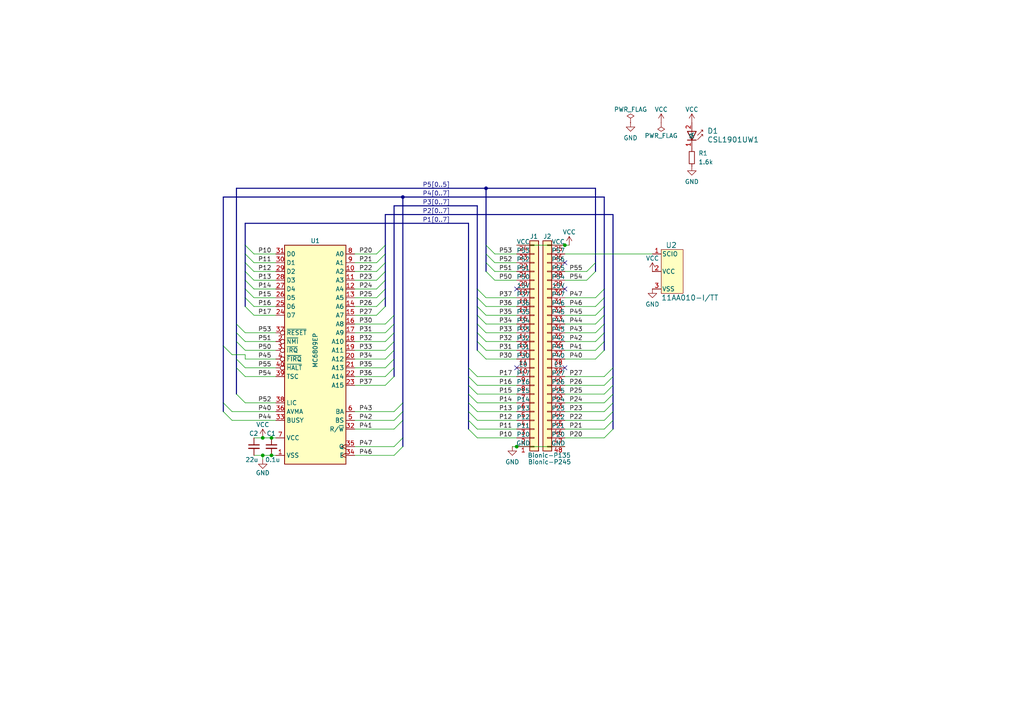
<source format=kicad_sch>
(kicad_sch (version 20231120) (generator "eeschema") (generator_version "8.0")
  (paper "A4")
  (title_block (title "BionicMC6809E") (date "2024-11-01") (rev "6") (company "Tadashi G. Takaoka"))
  (lib_symbols
    (symbol "0-LocalLibrary:11AA010-I_TT" (pin_names (offset 0.254))
      (property "Reference" "U" (at 2.54 1.27 0))
      (property "Value" "11AA010-I/TT" (at 3.81 -13.97 0))
      (symbol "11AA010-I_TT_1_1"
        (rectangle (start 0 0) (end 6.35 -12.7) (fill (type background)))
        (pin bidirectional line (at -2.54 -1.27 0) (length 2.54) (name "SCIO") (number "1"))
        (pin power_in line (at -2.54 -6.35 0) (length 2.54) (name "VCC") (number "2"))
        (pin power_in line (at -2.54 -11.43 0) (length 2.54) (name "VSS") (number "3"))
      )
    )
    (symbol "0-LocalLibrary:Bionic-P135" (pin_names (offset 0))
      (property "Reference" "J" (at 0 30.48 0))
      (property "Value" "Bionic-P135" (at -1.27 -33.02 0))
      (symbol "Bionic-P135_1_1"
        (rectangle (start 0 -30.353) (end -1.27 -30.607) (stroke (width 0.1524)))
        (rectangle (start 0 -27.813) (end -1.27 -28.067) (stroke (width 0.1524)))
        (rectangle (start 0 -25.273) (end -1.27 -25.527) (stroke (width 0.1524)))
        (rectangle (start 0 -22.733) (end -1.27 -22.987) (stroke (width 0.1524)))
        (rectangle (start 0 -20.193) (end -1.27 -20.447) (stroke (width 0.1524)))
        (rectangle (start 0 -17.653) (end -1.27 -17.907) (stroke (width 0.1524)))
        (rectangle (start 0 -15.113) (end -1.27 -15.367) (stroke (width 0.1524)))
        (rectangle (start 0 -12.573) (end -1.27 -12.827) (stroke (width 0.1524)))
        (rectangle (start 0 -10.033) (end -1.27 -10.287) (stroke (width 0.1524)))
        (rectangle (start 0 -7.493) (end -1.27 -7.747) (stroke (width 0.1524)))
        (rectangle (start 0 -4.953) (end -1.27 -5.207) (stroke (width 0.1524)))
        (rectangle (start 0 -2.413) (end -1.27 -2.667) (stroke (width 0.1524)))
        (rectangle (start 0 0.127) (end -1.27 -0.127) (stroke (width 0.1524)))
        (rectangle (start 0 2.667) (end -1.27 2.413) (stroke (width 0.1524)))
        (rectangle (start 0 5.207) (end -1.27 4.953) (stroke (width 0.1524)))
        (rectangle (start 0 7.747) (end -1.27 7.493) (stroke (width 0.1524)))
        (rectangle (start 0 10.287) (end -1.27 10.033) (stroke (width 0.1524)))
        (rectangle (start 0 12.827) (end -1.27 12.573) (stroke (width 0.1524)))
        (rectangle (start 0 15.367) (end -1.27 15.113) (stroke (width 0.1524)))
        (rectangle (start 0 17.907) (end -1.27 17.653) (stroke (width 0.1524)))
        (rectangle (start 0 20.447) (end -1.27 20.193) (stroke (width 0.1524)))
        (rectangle (start 0 22.987) (end -1.27 22.733) (stroke (width 0.1524)))
        (rectangle (start 0 25.527) (end -1.27 25.273) (stroke (width 0.1524)))
        (rectangle (start 0 28.067) (end -1.27 27.813) (stroke (width 0.1524)))
        (rectangle (start 1.27 29.21) (end -1.27 -31.75) (stroke (width 0.254)) (fill (type background)))
        (pin power_in line (at -5.08 -30.48 0) (length 3.81) (name "GND") (number "1"))
        (pin bidirectional line (at -5.08 -7.62 0) (length 3.81) (name "E0") (number "10"))
        (pin bidirectional line (at -5.08 -5.08 0) (length 3.81) (name "P30") (number "11"))
        (pin bidirectional line (at -5.08 -2.54 0) (length 3.81) (name "P31") (number "12"))
        (pin bidirectional line (at -5.08 0 0) (length 3.81) (name "P32") (number "13"))
        (pin bidirectional line (at -5.08 2.54 0) (length 3.81) (name "P33") (number "14"))
        (pin bidirectional line (at -5.08 5.08 0) (length 3.81) (name "P34") (number "15"))
        (pin bidirectional line (at -5.08 7.62 0) (length 3.81) (name "P35") (number "16"))
        (pin bidirectional line (at -5.08 10.16 0) (length 3.81) (name "P36") (number "17"))
        (pin bidirectional line (at -5.08 12.7 0) (length 3.81) (name "P37") (number "18"))
        (pin power_in line (at -5.08 15.24 0) (length 3.81) (name "15V") (number "19"))
        (pin bidirectional line (at -5.08 -27.94 0) (length 3.81) (name "P10") (number "2"))
        (pin bidirectional line (at -5.08 17.78 0) (length 3.81) (name "P50") (number "20"))
        (pin bidirectional line (at -5.08 20.32 0) (length 3.81) (name "P51") (number "21"))
        (pin bidirectional line (at -5.08 22.86 0) (length 3.81) (name "P52") (number "22"))
        (pin bidirectional line (at -5.08 25.4 0) (length 3.81) (name "P53") (number "23"))
        (pin power_in line (at -5.08 27.94 0) (length 3.81) (name "VCC") (number "24"))
        (pin bidirectional line (at -5.08 -25.4 0) (length 3.81) (name "P11") (number "3"))
        (pin bidirectional line (at -5.08 -22.86 0) (length 3.81) (name "P12") (number "4"))
        (pin bidirectional line (at -5.08 -20.32 0) (length 3.81) (name "P13") (number "5"))
        (pin bidirectional line (at -5.08 -17.78 0) (length 3.81) (name "P14") (number "6"))
        (pin bidirectional line (at -5.08 -15.24 0) (length 3.81) (name "P15") (number "7"))
        (pin bidirectional line (at -5.08 -12.7 0) (length 3.81) (name "P16") (number "8"))
        (pin bidirectional line (at -5.08 -10.16 0) (length 3.81) (name "P17") (number "9"))
      )
    )
    (symbol "0-LocalLibrary:Bionic-P245" (pin_names (offset 0))
      (property "Reference" "J" (at -3.81 30.48 0))
      (property "Value" "Bionic-P245" (at -1.27 -33.02 0))
      (symbol "Bionic-P245_1_1"
        (rectangle (start -2.54 -30.607) (end -3.81 -30.353) (stroke (width 0.1524)))
        (rectangle (start -2.54 -28.067) (end -3.81 -27.813) (stroke (width 0.1524)))
        (rectangle (start -2.54 -25.527) (end -3.81 -25.273) (stroke (width 0.1524)))
        (rectangle (start -2.54 -22.987) (end -3.81 -22.733) (stroke (width 0.1524)))
        (rectangle (start -2.54 -20.447) (end -3.81 -20.193) (stroke (width 0.1524)))
        (rectangle (start -2.54 -17.907) (end -3.81 -17.653) (stroke (width 0.1524)))
        (rectangle (start -2.54 -15.367) (end -3.81 -15.113) (stroke (width 0.1524)))
        (rectangle (start -2.54 -12.827) (end -3.81 -12.573) (stroke (width 0.1524)))
        (rectangle (start -2.54 -10.287) (end -3.81 -10.033) (stroke (width 0.1524)))
        (rectangle (start -2.54 -7.747) (end -3.81 -7.493) (stroke (width 0.1524)))
        (rectangle (start -2.54 -5.207) (end -3.81 -4.953) (stroke (width 0.1524)))
        (rectangle (start -2.54 -2.667) (end -3.81 -2.413) (stroke (width 0.1524)))
        (rectangle (start -2.54 -0.127) (end -3.81 0.127) (stroke (width 0.1524)))
        (rectangle (start -2.54 2.413) (end -3.81 2.667) (stroke (width 0.1524)))
        (rectangle (start -2.54 4.953) (end -3.81 5.207) (stroke (width 0.1524)))
        (rectangle (start -2.54 7.493) (end -3.81 7.747) (stroke (width 0.1524)))
        (rectangle (start -2.54 10.033) (end -3.81 10.287) (stroke (width 0.1524)))
        (rectangle (start -2.54 12.573) (end -3.81 12.827) (stroke (width 0.1524)))
        (rectangle (start -2.54 15.113) (end -3.81 15.367) (stroke (width 0.1524)))
        (rectangle (start -2.54 17.653) (end -3.81 17.907) (stroke (width 0.1524)))
        (rectangle (start -2.54 20.193) (end -3.81 20.447) (stroke (width 0.1524)))
        (rectangle (start -2.54 22.733) (end -3.81 22.987) (stroke (width 0.1524)))
        (rectangle (start -2.54 25.273) (end -3.81 25.527) (stroke (width 0.1524)))
        (rectangle (start -2.54 27.813) (end -3.81 28.067) (stroke (width 0.1524)))
        (rectangle (start -2.54 29.21) (end -5.08 -31.75) (stroke (width 0.254)) (fill (type background)))
        (pin power_in line (at 1.27 27.94 180) (length 3.81) (name "VCC") (number "25"))
        (pin bidirectional line (at 1.27 25.4 180) (length 3.81) (name "P57") (number "26"))
        (pin bidirectional line (at 1.27 22.86 180) (length 3.81) (name "P56") (number "27"))
        (pin bidirectional line (at 1.27 20.32 180) (length 3.81) (name "P55") (number "28"))
        (pin bidirectional line (at 1.27 17.78 180) (length 3.81) (name "P54") (number "29"))
        (pin power_in line (at 1.27 15.24 180) (length 3.81) (name "15V") (number "30"))
        (pin bidirectional line (at 1.27 12.7 180) (length 3.81) (name "P47") (number "31"))
        (pin bidirectional line (at 1.27 10.16 180) (length 3.81) (name "P46") (number "32"))
        (pin bidirectional line (at 1.27 7.62 180) (length 3.81) (name "P45") (number "33"))
        (pin bidirectional line (at 1.27 5.08 180) (length 3.81) (name "P44") (number "34"))
        (pin bidirectional line (at 1.27 2.54 180) (length 3.81) (name "P43") (number "35"))
        (pin bidirectional line (at 1.27 0 180) (length 3.81) (name "P42") (number "36"))
        (pin bidirectional line (at 1.27 -2.54 180) (length 3.81) (name "P41") (number "37"))
        (pin bidirectional line (at 1.27 -5.08 180) (length 3.81) (name "P40") (number "38"))
        (pin bidirectional line (at 1.27 -7.62 180) (length 3.81) (name "E1") (number "39"))
        (pin bidirectional line (at 1.27 -10.16 180) (length 3.81) (name "P27") (number "40"))
        (pin bidirectional line (at 1.27 -12.7 180) (length 3.81) (name "P26") (number "41"))
        (pin bidirectional line (at 1.27 -15.24 180) (length 3.81) (name "P25") (number "42"))
        (pin bidirectional line (at 1.27 -17.78 180) (length 3.81) (name "P24") (number "43"))
        (pin bidirectional line (at 1.27 -20.32 180) (length 3.81) (name "P23") (number "44"))
        (pin bidirectional line (at 1.27 -22.86 180) (length 3.81) (name "P22") (number "45"))
        (pin bidirectional line (at 1.27 -25.4 180) (length 3.81) (name "P21") (number "46"))
        (pin bidirectional line (at 1.27 -27.94 180) (length 3.81) (name "P20") (number "47"))
        (pin power_in line (at 1.27 -30.48 180) (length 3.81) (name "GND") (number "48"))
      )
    )
    (symbol "0-LocalLibrary:CSL1901UW1" (pin_names (offset 0.254))
      (property "Reference" "D" (at 3.81 -2.54 0))
      (property "Value" "CSL1901UW1" (at 3.81 -5.08 0))
      (symbol "CSL1901UW1_0_1"
        (polyline (pts (xy 2.159 3.175) (xy 2.667 3.175)))
        (polyline (pts (xy 2.54 0) (xy 5.08 0)))
        (polyline (pts (xy 5.08 1.27) (xy 5.08 -1.27)) (stroke (width 0.254)))
        (polyline (pts (xy 3.683 1.651) (xy 2.159 3.175) (xy 2.159 2.667)))
        (polyline (pts (xy 2.54 -1.27) (xy 5.08 0) (xy 2.54 1.27) (xy 2.54 -1.27)) (stroke (width 0.254)))
        (polyline (pts (xy 4.953 1.651) (xy 3.429 3.175) (xy 3.429 2.667) (xy 3.429 3.175) (xy 3.937 3.175)))
      )
      (symbol "CSL1901UW1_1_1"
        (pin passive line (at 7.62 0 180) (length 2.54) (name "K") (number "1"))
        (pin passive line (at 0 0 0) (length 2.54) (name "A") (number "2"))
      )
      (symbol "CSL1901UW1_1_2"
        (polyline (pts (xy -5.08 7.62) (xy -4.445 8.255)) (stroke (width 0.2032)))
        (polyline (pts (xy -5.08 8.255) (xy -5.08 7.62)) (stroke (width 0.2032)))
        (polyline (pts (xy -4.445 6.35) (xy -3.81 6.985)) (stroke (width 0.2032)))
        (polyline (pts (xy -4.445 8.255) (xy -5.08 8.255)) (stroke (width 0.2032)))
        (polyline (pts (xy -4.445 9.525) (xy -3.81 10.16)) (stroke (width 0.2032)))
        (polyline (pts (xy -4.445 10.16) (xy -4.445 9.525)) (stroke (width 0.2032)))
        (polyline (pts (xy -3.81 6.985) (xy -5.08 8.255)) (stroke (width 0.2032)))
        (polyline (pts (xy -3.81 8.255) (xy -3.175 8.89)) (stroke (width 0.2032)))
        (polyline (pts (xy -3.81 10.16) (xy -4.445 10.16)) (stroke (width 0.2032)))
        (polyline (pts (xy -3.175 5.08) (xy -4.445 6.35)) (stroke (width 0.2032)))
        (polyline (pts (xy -3.175 8.89) (xy -4.445 10.16)) (stroke (width 0.2032)))
        (polyline (pts (xy -2.54 6.985) (xy -3.81 8.255)) (stroke (width 0.2032)))
        (polyline (pts (xy -1.905 3.81) (xy 1.905 3.81)) (stroke (width 0.2032)))
        (polyline (pts (xy 0 2.54) (xy 0 3.4798)) (stroke (width 0.2032)))
        (polyline (pts (xy 0 3.175) (xy 0 3.81)) (stroke (width 0.2032)))
        (polyline (pts (xy 0 6.35) (xy -1.905 3.81)) (stroke (width 0.2032)))
        (polyline (pts (xy 0 6.35) (xy 0 7.62)) (stroke (width 0.2032)))
        (polyline (pts (xy 1.905 3.81) (xy 0 6.35)) (stroke (width 0.2032)))
        (polyline (pts (xy 1.905 6.35) (xy -1.905 6.35)) (stroke (width 0.2032)))
        (pin unspecified line (at 0 10.16 270) (length 2.54) (name "") (number "1"))
        (pin unspecified line (at 0 0 90) (length 2.54) (name "") (number "2"))
      )
    )
    (symbol "0-LocalLibrary:MC6809EP"
      (property "Reference" "U" (at 0 31.75 0))
      (property "Value" "MC6809EP" (at 0 5.08 90))
      (symbol "MC6809EP_0_1"
        (rectangle (start -8.89 -33.02) (end 8.89 30.48) (stroke (width 0.254)) (fill (type background)))
      )
      (symbol "MC6809EP_1_1"
        (pin power_in line (at -11.43 -30.48 0) (length 2.54) (name "VSS") (number "1"))
        (pin output line (at 11.43 22.86 180) (length 2.54) (name "A2") (number "10"))
        (pin output line (at 11.43 20.32 180) (length 2.54) (name "A3") (number "11"))
        (pin output line (at 11.43 17.78 180) (length 2.54) (name "A4") (number "12"))
        (pin output line (at 11.43 15.24 180) (length 2.54) (name "A5") (number "13"))
        (pin output line (at 11.43 12.7 180) (length 2.54) (name "A6") (number "14"))
        (pin output line (at 11.43 10.16 180) (length 2.54) (name "A7") (number "15"))
        (pin output line (at 11.43 7.62 180) (length 2.54) (name "A8") (number "16"))
        (pin output line (at 11.43 5.08 180) (length 2.54) (name "A9") (number "17"))
        (pin output line (at 11.43 2.54 180) (length 2.54) (name "A10") (number "18"))
        (pin output line (at 11.43 0 180) (length 2.54) (name "A11") (number "19"))
        (pin input inverted (at -11.43 2.54 0) (length 2.54) (name "~{NMI}") (number "2"))
        (pin output line (at 11.43 -2.54 180) (length 2.54) (name "A12") (number "20"))
        (pin output line (at 11.43 -5.08 180) (length 2.54) (name "A13") (number "21"))
        (pin output line (at 11.43 -7.62 180) (length 2.54) (name "A14") (number "22"))
        (pin output line (at 11.43 -10.16 180) (length 2.54) (name "A15") (number "23"))
        (pin bidirectional line (at -11.43 10.16 0) (length 2.54) (name "D7") (number "24"))
        (pin bidirectional line (at -11.43 12.7 0) (length 2.54) (name "D6") (number "25"))
        (pin bidirectional line (at -11.43 15.24 0) (length 2.54) (name "D5") (number "26"))
        (pin bidirectional line (at -11.43 17.78 0) (length 2.54) (name "D4") (number "27"))
        (pin bidirectional line (at -11.43 20.32 0) (length 2.54) (name "D3") (number "28"))
        (pin bidirectional line (at -11.43 22.86 0) (length 2.54) (name "D2") (number "29"))
        (pin input inverted (at -11.43 0 0) (length 2.54) (name "~{IRQ}") (number "3"))
        (pin bidirectional line (at -11.43 25.4 0) (length 2.54) (name "D1") (number "30"))
        (pin bidirectional line (at -11.43 27.94 0) (length 2.54) (name "D0") (number "31"))
        (pin output line (at 11.43 -22.86 180) (length 2.54) (name "R/~{W}") (number "32"))
        (pin output line (at -11.43 -20.32 0) (length 2.54) (name "BUSY") (number "33"))
        (pin input clock (at 11.43 -30.48 180) (length 2.54) (name "E") (number "34"))
        (pin input clock (at 11.43 -27.94 180) (length 2.54) (name "Q") (number "35"))
        (pin output line (at -11.43 -17.78 0) (length 2.54) (name "AVMA") (number "36"))
        (pin input inverted (at -11.43 5.08 0) (length 2.54) (name "~{RESET}") (number "37"))
        (pin output line (at -11.43 -15.24 0) (length 2.54) (name "LIC") (number "38"))
        (pin input line (at -11.43 -7.62 0) (length 2.54) (name "TSC") (number "39"))
        (pin input inverted (at -11.43 -2.54 0) (length 2.54) (name "~{FIRQ}") (number "4"))
        (pin input inverted (at -11.43 -5.08 0) (length 2.54) (name "~{HALT}") (number "40"))
        (pin output line (at 11.43 -20.32 180) (length 2.54) (name "BS") (number "5"))
        (pin output line (at 11.43 -17.78 180) (length 2.54) (name "BA") (number "6"))
        (pin power_in line (at -11.43 -25.4 0) (length 2.54) (name "VCC") (number "7"))
        (pin output line (at 11.43 27.94 180) (length 2.54) (name "A0") (number "8"))
        (pin output line (at 11.43 25.4 180) (length 2.54) (name "A1") (number "9"))
      )
    )
    (symbol "Device:C_Small" (pin_numbers hide) (pin_names (offset 0.254) hide)
      (property "Reference" "C" (at 0.254 1.778 0))
      (property "Value" "C_Small" (at 0.254 -2.032 0))
      (symbol "C_Small_0_1"
        (polyline (pts (xy -1.524 -0.508) (xy 1.524 -0.508)) (stroke (width 0.3302)))
        (polyline (pts (xy -1.524 0.508) (xy 1.524 0.508)) (stroke (width 0.3048)))
      )
      (symbol "C_Small_1_1"
        (pin passive line (at 0 2.54 270) (length 2.032) (name "~") (number "1"))
        (pin passive line (at 0 -2.54 90) (length 2.032) (name "~") (number "2"))
      )
    )
    (symbol "Device:R_Small" (pin_numbers hide) (pin_names (offset 0.254) hide)
      (property "Reference" "R" (at 0.762 0.508 0))
      (property "Value" "R_Small" (at 0.762 -1.016 0))
      (symbol "R_Small_0_1"
        (rectangle (start -0.762 1.778) (end 0.762 -1.778) (stroke (width 0.2032)))
      )
      (symbol "R_Small_1_1"
        (pin passive line (at 0 2.54 270) (length 0.762) (name "~") (number "1"))
        (pin passive line (at 0 -2.54 90) (length 0.762) (name "~") (number "2"))
      )
    )
    (symbol "power:GND" (power) (pin_numbers hide) (pin_names (offset 0) hide)
      (property "Value" "GND" (at 0 -3.81 0))
      (symbol "GND_0_1"
        (polyline (pts (xy 0 0) (xy 0 -1.27) (xy 1.27 -1.27) (xy 0 -2.54) (xy -1.27 -1.27) (xy 0 -1.27)))
      )
      (symbol "GND_1_1"
        (pin power_in line (at 0 0 270) (length 0) (name "~") (number "1"))
      )
    )
    (symbol "power:PWR_FLAG" (power) (pin_numbers hide) (pin_names (offset 0) hide)
      (property "Value" "PWR_FLAG" (at 0 3.81 0))
      (symbol "PWR_FLAG_0_0"
        (pin power_out line (at 0 0 90) (length 0) (name "~") (number "1"))
      )
      (symbol "PWR_FLAG_0_1"
        (polyline (pts (xy 0 0) (xy 0 1.27) (xy -1.016 1.905) (xy 0 2.54) (xy 1.016 1.905) (xy 0 1.27)))
      )
    )
    (symbol "power:VCC" (power) (pin_numbers hide) (pin_names (offset 0) hide)
      (property "Value" "VCC" (at 0 3.556 0))
      (symbol "VCC_0_1"
        (polyline (pts (xy -0.762 1.27) (xy 0 2.54)))
        (polyline (pts (xy 0 0) (xy 0 2.54)))
        (polyline (pts (xy 0 2.54) (xy 0.762 1.27)))
      )
      (symbol "VCC_1_1"
        (pin power_in line (at 0 0 90) (length 0) (name "~") (number "1"))
      )
    )
  )
  (junction (at 116.84 57.15))
  (junction (at 78.74 127))
  (junction (at 163.83 71.12))
  (junction (at 76.2 132.08))
  (junction (at 78.74 132.08))
  (junction (at 140.97 54.61))
  (junction (at 149.86 129.54))
  (junction (at 76.2 127))
  (no_connect (at 149.86 83.82))
  (no_connect (at 163.83 76.2))
  (no_connect (at 149.86 106.68))
  (no_connect (at 163.83 106.68))
  (no_connect (at 163.83 83.82))
  (bus_entry (at 68.58 93.98) (size 2.54 2.54))
  (bus_entry (at 111.76 76.2) (size -2.54 2.54))
  (bus_entry (at 172.72 76.2) (size -2.54 2.54))
  (bus_entry (at 177.8 111.76) (size -2.54 2.54))
  (bus_entry (at 175.26 101.6) (size -2.54 2.54))
  (bus_entry (at 138.43 101.6) (size 2.54 2.54))
  (bus_entry (at 111.76 78.74) (size -2.54 2.54))
  (bus_entry (at 175.26 93.98) (size -2.54 2.54))
  (bus_entry (at 177.8 106.68) (size -2.54 2.54))
  (bus_entry (at 111.76 86.36) (size -2.54 2.54))
  (bus_entry (at 138.43 96.52) (size 2.54 2.54))
  (bus_entry (at 116.84 127) (size -2.54 2.54))
  (bus_entry (at 135.89 119.38) (size 2.54 2.54))
  (bus_entry (at 138.43 99.06) (size 2.54 2.54))
  (bus_entry (at 111.76 88.9) (size -2.54 2.54))
  (bus_entry (at 64.77 100.33) (size 2.54 2.54))
  (bus_entry (at 135.89 124.46) (size 2.54 2.54))
  (bus_entry (at 135.89 111.76) (size 2.54 2.54))
  (bus_entry (at 116.84 129.54) (size -2.54 2.54))
  (bus_entry (at 68.58 106.68) (size 2.54 2.54))
  (bus_entry (at 140.97 78.74) (size 2.54 2.54))
  (bus_entry (at 138.43 86.36) (size 2.54 2.54))
  (bus_entry (at 73.66 78.74) (size -2.54 -2.54))
  (bus_entry (at 177.8 119.38) (size -2.54 2.54))
  (bus_entry (at 111.76 99.06) (size 2.54 -2.54))
  (bus_entry (at 138.43 93.98) (size 2.54 2.54))
  (bus_entry (at 135.89 109.22) (size 2.54 2.54))
  (bus_entry (at 73.66 76.2) (size -2.54 -2.54))
  (bus_entry (at 111.76 106.68) (size 2.54 -2.54))
  (bus_entry (at 111.76 93.98) (size 2.54 -2.54))
  (bus_entry (at 140.97 73.66) (size 2.54 2.54))
  (bus_entry (at 73.66 83.82) (size -2.54 -2.54))
  (bus_entry (at 73.66 81.28) (size -2.54 -2.54))
  (bus_entry (at 140.97 76.2) (size 2.54 2.54))
  (bus_entry (at 64.77 116.84) (size 2.54 2.54))
  (bus_entry (at 111.76 96.52) (size 2.54 -2.54))
  (bus_entry (at 111.76 83.82) (size -2.54 2.54))
  (bus_entry (at 172.72 78.74) (size -2.54 2.54))
  (bus_entry (at 68.58 96.52) (size 2.54 2.54))
  (bus_entry (at 138.43 91.44) (size 2.54 2.54))
  (bus_entry (at 177.8 114.3) (size -2.54 2.54))
  (bus_entry (at 68.58 104.14) (size 2.54 2.54))
  (bus_entry (at 73.66 88.9) (size -2.54 -2.54))
  (bus_entry (at 175.26 86.36) (size -2.54 2.54))
  (bus_entry (at 175.26 99.06) (size -2.54 2.54))
  (bus_entry (at 177.8 124.46) (size -2.54 2.54))
  (bus_entry (at 135.89 106.68) (size 2.54 2.54))
  (bus_entry (at 111.76 73.66) (size -2.54 2.54))
  (bus_entry (at 138.43 83.82) (size 2.54 2.54))
  (bus_entry (at 111.76 101.6) (size 2.54 -2.54))
  (bus_entry (at 73.66 73.66) (size -2.54 -2.54))
  (bus_entry (at 116.84 121.92) (size -2.54 2.54))
  (bus_entry (at 140.97 71.12) (size 2.54 2.54))
  (bus_entry (at 175.26 83.82) (size -2.54 2.54))
  (bus_entry (at 135.89 116.84) (size 2.54 2.54))
  (bus_entry (at 68.58 99.06) (size 2.54 2.54))
  (bus_entry (at 111.76 71.12) (size -2.54 2.54))
  (bus_entry (at 64.77 119.38) (size 2.54 2.54))
  (bus_entry (at 116.84 116.84) (size -2.54 2.54))
  (bus_entry (at 111.76 109.22) (size 2.54 -2.54))
  (bus_entry (at 116.84 119.38) (size -2.54 2.54))
  (bus_entry (at 135.89 121.92) (size 2.54 2.54))
  (bus_entry (at 135.89 114.3) (size 2.54 2.54))
  (bus_entry (at 111.76 111.76) (size 2.54 -2.54))
  (bus_entry (at 175.26 91.44) (size -2.54 2.54))
  (bus_entry (at 111.76 81.28) (size -2.54 2.54))
  (bus_entry (at 177.8 109.22) (size -2.54 2.54))
  (bus_entry (at 73.66 91.44) (size -2.54 -2.54))
  (bus_entry (at 177.8 116.84) (size -2.54 2.54))
  (bus_entry (at 73.66 86.36) (size -2.54 -2.54))
  (bus_entry (at 177.8 121.92) (size -2.54 2.54))
  (bus_entry (at 68.58 114.3) (size 2.54 2.54))
  (bus_entry (at 175.26 96.52) (size -2.54 2.54))
  (bus_entry (at 111.76 104.14) (size 2.54 -2.54))
  (bus_entry (at 138.43 88.9) (size 2.54 2.54))
  (bus_entry (at 175.26 88.9) (size -2.54 2.54))
  (bus (pts (xy 140.97 76.2) (xy 140.97 78.74)))
  (wire (pts (xy 163.83 119.38) (xy 175.26 119.38)))
  (bus (pts (xy 114.3 106.68) (xy 114.3 109.22)))
  (bus (pts (xy 175.26 57.15) (xy 116.84 57.15)))
  (wire (pts (xy 73.66 81.28) (xy 80.01 81.28)))
  (bus (pts (xy 175.26 101.6) (xy 175.26 99.06)))
  (bus (pts (xy 177.8 119.38) (xy 177.8 121.92)))
  (wire (pts (xy 138.43 114.3) (xy 149.86 114.3)))
  (bus (pts (xy 138.43 99.06) (xy 138.43 101.6)))
  (bus (pts (xy 138.43 96.52) (xy 138.43 99.06)))
  (wire (pts (xy 163.83 114.3) (xy 175.26 114.3)))
  (wire (pts (xy 71.12 96.52) (xy 80.01 96.52)))
  (wire (pts (xy 138.43 127) (xy 149.86 127)))
  (wire (pts (xy 102.87 91.44) (xy 109.22 91.44)))
  (wire (pts (xy 102.87 101.6) (xy 111.76 101.6)))
  (wire (pts (xy 163.83 101.6) (xy 172.72 101.6)))
  (bus (pts (xy 172.72 54.61) (xy 140.97 54.61)))
  (bus (pts (xy 111.76 86.36) (xy 111.76 88.9)))
  (wire (pts (xy 102.87 106.68) (xy 111.76 106.68)))
  (wire (pts (xy 102.87 119.38) (xy 114.3 119.38)))
  (bus (pts (xy 71.12 73.66) (xy 71.12 76.2)))
  (bus (pts (xy 135.89 109.22) (xy 135.89 111.76)))
  (bus (pts (xy 135.89 114.3) (xy 135.89 116.84)))
  (bus (pts (xy 172.72 78.74) (xy 172.72 76.2)))
  (wire (pts (xy 78.74 132.08) (xy 80.01 132.08)))
  (bus (pts (xy 140.97 54.61) (xy 140.97 71.12)))
  (wire (pts (xy 102.87 129.54) (xy 114.3 129.54)))
  (bus (pts (xy 71.12 64.77) (xy 135.89 64.77)))
  (bus (pts (xy 175.26 86.36) (xy 175.26 83.82)))
  (bus (pts (xy 111.76 71.12) (xy 111.76 73.66)))
  (wire (pts (xy 102.87 81.28) (xy 109.22 81.28)))
  (wire (pts (xy 140.97 104.14) (xy 149.86 104.14)))
  (wire (pts (xy 148.59 129.54) (xy 149.86 129.54)))
  (bus (pts (xy 135.89 116.84) (xy 135.89 119.38)))
  (wire (pts (xy 163.83 93.98) (xy 172.72 93.98)))
  (bus (pts (xy 111.76 62.23) (xy 177.8 62.23)))
  (bus (pts (xy 116.84 57.15) (xy 64.77 57.15)))
  (bus (pts (xy 175.26 83.82) (xy 175.26 57.15)))
  (bus (pts (xy 68.58 104.14) (xy 68.58 106.68)))
  (wire (pts (xy 143.51 76.2) (xy 149.86 76.2)))
  (bus (pts (xy 64.77 116.84) (xy 64.77 119.38)))
  (wire (pts (xy 163.83 99.06) (xy 172.72 99.06)))
  (bus (pts (xy 111.76 83.82) (xy 111.76 86.36)))
  (bus (pts (xy 138.43 88.9) (xy 138.43 91.44)))
  (bus (pts (xy 71.12 83.82) (xy 71.12 86.36)))
  (wire (pts (xy 163.83 109.22) (xy 175.26 109.22)))
  (wire (pts (xy 163.83 73.66) (xy 189.23 73.66)))
  (wire (pts (xy 163.83 104.14) (xy 172.72 104.14)))
  (wire (pts (xy 163.83 78.74) (xy 170.18 78.74)))
  (wire (pts (xy 163.83 81.28) (xy 170.18 81.28)))
  (wire (pts (xy 138.43 121.92) (xy 149.86 121.92)))
  (wire (pts (xy 102.87 109.22) (xy 111.76 109.22)))
  (bus (pts (xy 172.72 76.2) (xy 172.72 54.61)))
  (bus (pts (xy 71.12 81.28) (xy 71.12 83.82)))
  (bus (pts (xy 71.12 86.36) (xy 71.12 88.9)))
  (wire (pts (xy 71.12 101.6) (xy 80.01 101.6)))
  (wire (pts (xy 163.83 127) (xy 175.26 127)))
  (wire (pts (xy 76.2 132.08) (xy 78.74 132.08)))
  (bus (pts (xy 177.8 109.22) (xy 177.8 111.76)))
  (wire (pts (xy 71.12 102.87) (xy 71.12 104.14)))
  (wire (pts (xy 163.83 124.46) (xy 175.26 124.46)))
  (wire (pts (xy 102.87 132.08) (xy 114.3 132.08)))
  (bus (pts (xy 114.3 99.06) (xy 114.3 101.6)))
  (wire (pts (xy 102.87 78.74) (xy 109.22 78.74)))
  (bus (pts (xy 114.3 104.14) (xy 114.3 106.68)))
  (bus (pts (xy 177.8 62.23) (xy 177.8 106.68)))
  (bus (pts (xy 177.8 116.84) (xy 177.8 119.38)))
  (wire (pts (xy 102.87 96.52) (xy 111.76 96.52)))
  (bus (pts (xy 114.3 59.69) (xy 138.43 59.69)))
  (bus (pts (xy 135.89 111.76) (xy 135.89 114.3)))
  (wire (pts (xy 73.66 127) (xy 76.2 127)))
  (wire (pts (xy 73.66 86.36) (xy 80.01 86.36)))
  (wire (pts (xy 149.86 129.54) (xy 163.83 129.54)))
  (bus (pts (xy 175.26 88.9) (xy 175.26 86.36)))
  (wire (pts (xy 73.66 83.82) (xy 80.01 83.82)))
  (wire (pts (xy 102.87 93.98) (xy 111.76 93.98)))
  (bus (pts (xy 71.12 76.2) (xy 71.12 78.74)))
  (wire (pts (xy 102.87 99.06) (xy 111.76 99.06)))
  (bus (pts (xy 114.3 96.52) (xy 114.3 99.06)))
  (wire (pts (xy 102.87 88.9) (xy 109.22 88.9)))
  (bus (pts (xy 114.3 93.98) (xy 114.3 96.52)))
  (wire (pts (xy 67.31 119.38) (xy 80.01 119.38)))
  (bus (pts (xy 177.8 111.76) (xy 177.8 114.3)))
  (wire (pts (xy 73.66 78.74) (xy 80.01 78.74)))
  (bus (pts (xy 114.3 101.6) (xy 114.3 104.14)))
  (bus (pts (xy 175.26 93.98) (xy 175.26 91.44)))
  (bus (pts (xy 116.84 121.92) (xy 116.84 127)))
  (wire (pts (xy 102.87 73.66) (xy 109.22 73.66)))
  (bus (pts (xy 71.12 78.74) (xy 71.12 81.28)))
  (wire (pts (xy 140.97 88.9) (xy 149.86 88.9)))
  (bus (pts (xy 111.76 76.2) (xy 111.76 78.74)))
  (bus (pts (xy 140.97 73.66) (xy 140.97 76.2)))
  (bus (pts (xy 114.3 91.44) (xy 114.3 59.69)))
  (wire (pts (xy 138.43 119.38) (xy 149.86 119.38)))
  (wire (pts (xy 140.97 91.44) (xy 149.86 91.44)))
  (wire (pts (xy 102.87 86.36) (xy 109.22 86.36)))
  (wire (pts (xy 138.43 111.76) (xy 149.86 111.76)))
  (wire (pts (xy 73.66 91.44) (xy 80.01 91.44)))
  (bus (pts (xy 68.58 99.06) (xy 68.58 104.14)))
  (bus (pts (xy 111.76 73.66) (xy 111.76 76.2)))
  (bus (pts (xy 177.8 121.92) (xy 177.8 124.46)))
  (wire (pts (xy 149.86 71.12) (xy 163.83 71.12)))
  (wire (pts (xy 163.83 88.9) (xy 172.72 88.9)))
  (wire (pts (xy 102.87 111.76) (xy 111.76 111.76)))
  (wire (pts (xy 102.87 83.82) (xy 109.22 83.82)))
  (bus (pts (xy 116.84 119.38) (xy 116.84 121.92)))
  (wire (pts (xy 163.83 96.52) (xy 172.72 96.52)))
  (wire (pts (xy 163.83 86.36) (xy 172.72 86.36)))
  (bus (pts (xy 138.43 86.36) (xy 138.43 88.9)))
  (bus (pts (xy 135.89 64.77) (xy 135.89 106.68)))
  (wire (pts (xy 76.2 127) (xy 78.74 127)))
  (wire (pts (xy 71.12 116.84) (xy 80.01 116.84)))
  (wire (pts (xy 76.2 133.35) (xy 76.2 132.08)))
  (wire (pts (xy 163.83 91.44) (xy 172.72 91.44)))
  (bus (pts (xy 68.58 99.06) (xy 68.58 96.52)))
  (bus (pts (xy 177.8 106.68) (xy 177.8 109.22)))
  (bus (pts (xy 111.76 81.28) (xy 111.76 83.82)))
  (wire (pts (xy 67.31 121.92) (xy 80.01 121.92)))
  (wire (pts (xy 71.12 106.68) (xy 80.01 106.68)))
  (wire (pts (xy 67.31 102.87) (xy 71.12 102.87)))
  (wire (pts (xy 71.12 99.06) (xy 80.01 99.06)))
  (wire (pts (xy 143.51 73.66) (xy 149.86 73.66)))
  (bus (pts (xy 68.58 93.98) (xy 68.58 54.61)))
  (wire (pts (xy 140.97 99.06) (xy 149.86 99.06)))
  (wire (pts (xy 140.97 96.52) (xy 149.86 96.52)))
  (bus (pts (xy 138.43 83.82) (xy 138.43 86.36)))
  (wire (pts (xy 138.43 109.22) (xy 149.86 109.22)))
  (bus (pts (xy 140.97 71.12) (xy 140.97 73.66)))
  (wire (pts (xy 140.97 101.6) (xy 149.86 101.6)))
  (wire (pts (xy 102.87 76.2) (xy 109.22 76.2)))
  (wire (pts (xy 140.97 93.98) (xy 149.86 93.98)))
  (bus (pts (xy 116.84 116.84) (xy 116.84 119.38)))
  (wire (pts (xy 102.87 124.46) (xy 114.3 124.46)))
  (bus (pts (xy 175.26 91.44) (xy 175.26 88.9)))
  (bus (pts (xy 138.43 91.44) (xy 138.43 93.98)))
  (wire (pts (xy 73.66 88.9) (xy 80.01 88.9)))
  (bus (pts (xy 64.77 57.15) (xy 64.77 100.33)))
  (bus (pts (xy 138.43 59.69) (xy 138.43 83.82)))
  (wire (pts (xy 143.51 81.28) (xy 149.86 81.28)))
  (wire (pts (xy 73.66 73.66) (xy 80.01 73.66)))
  (bus (pts (xy 68.58 114.3) (xy 68.58 106.68)))
  (wire (pts (xy 102.87 121.92) (xy 114.3 121.92)))
  (wire (pts (xy 163.83 111.76) (xy 175.26 111.76)))
  (bus (pts (xy 175.26 96.52) (xy 175.26 93.98)))
  (wire (pts (xy 102.87 104.14) (xy 111.76 104.14)))
  (bus (pts (xy 68.58 54.61) (xy 140.97 54.61)))
  (bus (pts (xy 71.12 71.12) (xy 71.12 64.77)))
  (bus (pts (xy 68.58 96.52) (xy 68.58 93.98)))
  (bus (pts (xy 114.3 91.44) (xy 114.3 93.98)))
  (wire (pts (xy 73.66 132.08) (xy 76.2 132.08)))
  (bus (pts (xy 135.89 119.38) (xy 135.89 121.92)))
  (wire (pts (xy 163.83 121.92) (xy 175.26 121.92)))
  (bus (pts (xy 138.43 93.98) (xy 138.43 96.52)))
  (wire (pts (xy 71.12 109.22) (xy 80.01 109.22)))
  (wire (pts (xy 138.43 124.46) (xy 149.86 124.46)))
  (wire (pts (xy 143.51 78.74) (xy 149.86 78.74)))
  (wire (pts (xy 71.12 104.14) (xy 80.01 104.14)))
  (wire (pts (xy 78.74 127) (xy 80.01 127)))
  (wire (pts (xy 165.1 71.12) (xy 163.83 71.12)))
  (bus (pts (xy 135.89 121.92) (xy 135.89 124.46)))
  (bus (pts (xy 71.12 71.12) (xy 71.12 73.66)))
  (bus (pts (xy 116.84 57.15) (xy 116.84 116.84)))
  (bus (pts (xy 135.89 106.68) (xy 135.89 109.22)))
  (bus (pts (xy 111.76 78.74) (xy 111.76 81.28)))
  (bus (pts (xy 175.26 99.06) (xy 175.26 96.52)))
  (bus (pts (xy 177.8 114.3) (xy 177.8 116.84)))
  (bus (pts (xy 64.77 100.33) (xy 64.77 116.84)))
  (wire (pts (xy 73.66 76.2) (xy 80.01 76.2)))
  (bus (pts (xy 111.76 71.12) (xy 111.76 62.23)))
  (wire (pts (xy 140.97 86.36) (xy 149.86 86.36)))
  (wire (pts (xy 138.43 116.84) (xy 149.86 116.84)))
  (wire (pts (xy 163.83 116.84) (xy 175.26 116.84)))
  (bus (pts (xy 116.84 127) (xy 116.84 129.54)))
  (label "P46" (at 104.14 132.08 0))
  (label "P40" (at 78.74 119.38 180))
  (label "P50" (at 148.59 81.28 180))
  (label "P13" (at 148.59 119.38 180))
  (label "P43" (at 165.1 96.52 0))
  (label "P22" (at 165.1 121.92 0))
  (label "P33" (at 148.59 96.52 180))
  (label "P55" (at 165.1 78.74 0))
  (label "P2[0..7]" (at 122.555 62.23 0))
  (label "P23" (at 104.14 81.28 0))
  (label "P22" (at 104.14 78.74 0))
  (label "P27" (at 104.14 91.44 0))
  (label "P37" (at 104.14 111.76 0))
  (label "P26" (at 165.1 111.76 0))
  (label "P31" (at 104.14 96.52 0))
  (label "P36" (at 148.59 88.9 180))
  (label "P20" (at 165.1 127 0))
  (label "P26" (at 104.14 88.9 0))
  (label "P24" (at 104.14 83.82 0))
  (label "P51" (at 148.59 78.74 180))
  (label "P55" (at 78.74 106.68 180))
  (label "P16" (at 78.74 88.9 180))
  (label "P34" (at 104.14 104.14 0))
  (label "P25" (at 165.1 114.3 0))
  (label "P44" (at 78.74 121.92 180))
  (label "P53" (at 78.74 96.52 180))
  (label "P23" (at 165.1 119.38 0))
  (label "P25" (at 104.14 86.36 0))
  (label "P21" (at 104.14 76.2 0))
  (label "P50" (at 78.74 101.6 180))
  (label "P53" (at 148.59 73.66 180))
  (label "P11" (at 78.74 76.2 180))
  (label "P41" (at 165.1 101.6 0))
  (label "P12" (at 148.59 121.92 180))
  (label "P12" (at 78.74 78.74 180))
  (label "P21" (at 165.1 124.46 0))
  (label "P36" (at 104.14 109.22 0))
  (label "P32" (at 104.14 99.06 0))
  (label "P31" (at 148.59 101.6 180))
  (label "P17" (at 78.74 91.44 180))
  (label "P51" (at 78.74 99.06 180))
  (label "P10" (at 78.74 73.66 180))
  (label "P15" (at 78.74 86.36 180))
  (label "P34" (at 148.59 93.98 180))
  (label "P43" (at 104.14 119.38 0))
  (label "P35" (at 104.14 106.68 0))
  (label "P16" (at 148.59 111.76 180))
  (label "P40" (at 165.1 104.14 0))
  (label "P37" (at 148.59 86.36 180))
  (label "P27" (at 165.1 109.22 0))
  (label "P42" (at 165.1 99.06 0))
  (label "P54" (at 78.74 109.22 180))
  (label "P3[0..7]" (at 122.555 59.69 0))
  (label "P52" (at 78.74 116.84 180))
  (label "P1[0..7]" (at 122.555 64.77 0))
  (label "P30" (at 148.59 104.14 180))
  (label "P47" (at 104.14 129.54 0))
  (label "P41" (at 104.14 124.46 0))
  (label "P13" (at 78.74 81.28 180))
  (label "P45" (at 78.74 104.14 180))
  (label "P14" (at 78.74 83.82 180))
  (label "P35" (at 148.59 91.44 180))
  (label "P47" (at 165.1 86.36 0))
  (label "P54" (at 165.1 81.28 0))
  (label "P4[0..7]" (at 122.555 57.15 0))
  (label "P17" (at 148.59 109.22 180))
  (label "P11" (at 148.59 124.46 180))
  (label "P5[0..5]" (at 122.555 54.61 0))
  (label "P44" (at 165.1 93.98 0))
  (label "P15" (at 148.59 114.3 180))
  (label "P30" (at 104.14 93.98 0))
  (label "P46" (at 165.1 88.9 0))
  (label "P42" (at 104.14 121.92 0))
  (label "P10" (at 148.59 127 180))
  (label "P14" (at 148.59 116.84 180))
  (label "P20" (at 104.14 73.66 0))
  (label "P45" (at 165.1 91.44 0))
  (label "P32" (at 148.59 99.06 180))
  (label "P33" (at 104.14 101.6 0))
  (label "P24" (at 165.1 116.84 0))
  (label "P52" (at 148.59 76.2 180))
  (symbol (lib_id "Device:C_Small") (at 78.74 129.54 0) (mirror y) (unit 1)
    (property "Reference" "C1" (at 80.01 125.73 0) (effects (justify left)))
    (property "Value" "0.1u" (at 81.28 133.35 0) (effects (justify left)))
    (property "Footprint" "Capacitor_SMD:C_0603_1608Metric_Pad1.08x0.95mm_HandSolder" (effects (hide yes)))
  )
  (symbol (lib_id "0-LocalLibrary:MC6809EP") (at 91.44 101.6 0) (unit 1)
    (property "Reference" "U1" (at 91.44 69.85 0))
    (property "Value" "MC6809EP" (at 91.44 101.6 90))
    (property "Footprint" "0-LocalLibrary:DIP-40_W15.24mm_Socket" (effects (hide yes)))
    (property "Datasheet" "https://colorcomputerarchive.com/repo/Documents/Datasheets/MC6809E%20HMOS%208%20Bit%20Microprocessor%20(Motorola).pdf" (effects (hide yes)))
  )
  (symbol (lib_id "power:GND") (at 182.88 35.56 0) (unit 1)
    (property "Reference" "#PWR011" (effects (hide yes)))
    (property "Value" "GND" (at 182.88 40.005 0))
    (property "Description" "Power symbol creates a global label with name \"GND\" , ground" (effects (hide yes)))
  )
  (symbol (lib_id "power:VCC") (at 191.77 35.56 0) (unit 1)
    (property "Reference" "#PWR03" (effects (hide yes)))
    (property "Value" "VCC" (at 191.77 31.75 0))
    (property "Description" "Power symbol creates a global label with name \"VCC\"" (effects (hide yes)))
  )
  (symbol (lib_id "power:VCC") (at 165.1 71.12 0) (unit 1)
    (property "Reference" "#PWR01" (effects (hide yes)))
    (property "Value" "VCC" (at 165.1 67.31 0))
    (property "Description" "Power symbol creates a global label with name \"VCC\"" (effects (hide yes)))
  )
  (symbol (lib_id "power:PWR_FLAG") (at 191.77 35.56 180) (unit 1)
    (property "Reference" "#FLG02" (effects (hide yes)))
    (property "Value" "PWR_FLAG" (at 191.77 39.37 0))
    (property "Description" "Special symbol for telling ERC where power comes from" (effects (hide yes)))
  )
  (symbol (lib_id "power:VCC") (at 76.2 127 0) (unit 1)
    (property "Reference" "#PWR010" (effects (hide yes)))
    (property "Value" "VCC" (at 76.2 123.19 0))
    (property "Description" "Power symbol creates a global label with name \"VCC\"" (effects (hide yes)))
  )
  (symbol (lib_id "power:PWR_FLAG") (at 182.88 35.56 0) (unit 1)
    (property "Reference" "#FLG01" (effects (hide yes)))
    (property "Value" "PWR_FLAG" (at 182.88 31.75 0))
    (property "Description" "Special symbol for telling ERC where power comes from" (effects (hide yes)))
  )
  (symbol (lib_id "power:GND") (at 200.66 48.26 0) (unit 1)
    (property "Reference" "#PWR05" (effects (hide yes)))
    (property "Value" "GND" (at 200.66 52.705 0))
    (property "Description" "Power symbol creates a global label with name \"GND\" , ground" (effects (hide yes)))
  )
  (symbol (lib_id "Device:R_Small") (at 200.66 45.72 0) (unit 1)
    (property "Reference" "R1" (at 202.565 44.45 0) (effects (justify left)))
    (property "Value" "1.6k" (at 202.565 46.99 0) (effects (justify left)))
    (property "Footprint" "Resistor_SMD:R_0603_1608Metric_Pad0.98x0.95mm_HandSolder" (effects (hide yes)))
    (property "Description" "Resistor, small symbol" (effects (hide yes)))
  )
  (symbol (lib_id "power:VCC") (at 200.66 35.56 0) (unit 1)
    (property "Reference" "#PWR04" (effects (hide yes)))
    (property "Value" "VCC" (at 200.66 31.75 0))
    (property "Description" "Power symbol creates a global label with name \"VCC\"" (effects (hide yes)))
  )
  (symbol (lib_id "0-LocalLibrary:11AA010-I_TT") (at 191.77 72.39 0) (unit 1)
    (property "Reference" "U2" (at 193.04 71.12 0) (effects (font (size 1.524 1.524)) (justify left)))
    (property "Value" "11AA010-I/TT" (at 191.77 86.36 0) (effects (font (size 1.524 1.524)) (justify left)))
    (property "Footprint" "0-LocalLibrary:SOT-23_MC_MCH-M" (effects (hide yes)))
    (property "Datasheet" "11AA010-I/TO" (effects (hide yes)))
    (property "Description" "UNI/O Serial EEPROM (1Kbit)" (effects (hide yes)))
  )
  (symbol (lib_id "power:VCC") (at 189.23 78.74 0) (unit 1)
    (property "Reference" "#PWR06" (effects (hide yes)))
    (property "Value" "VCC" (at 189.23 74.93 0))
    (property "Description" "Power symbol creates a global label with name \"VCC\"" (effects (hide yes)))
  )
  (symbol (lib_id "0-LocalLibrary:Bionic-P245") (at 162.56 99.06 0) (unit 1)
    (property "Reference" "J2" (at 158.75 68.58 0))
    (property "Value" "Bionic-P245" (at 159.385 133.985 0))
    (property "Footprint" "0-LocalLibrary:Bionic-P245_Vertical" (effects (hide yes)))
  )
  (symbol (lib_id "power:GND") (at 148.59 129.54 0) (unit 1)
    (property "Reference" "#PWR02" (effects (hide yes)))
    (property "Value" "GND" (at 148.59 133.985 0))
    (property "Description" "Power symbol creates a global label with name \"GND\" , ground" (effects (hide yes)))
  )
  (symbol (lib_id "0-LocalLibrary:CSL1901UW1") (at 200.66 35.56 270) (unit 1)
    (property "Reference" "D1" (at 205.105 37.973 90) (effects (font (size 1.524 1.524)) (justify left)))
    (property "Value" "CSL1901UW1" (at 205.105 40.513 90) (effects (font (size 1.524 1.524)) (justify left)))
    (property "Footprint" "0-LocalLibrary:LED_CSL1901UW1_ROM-M" (effects (hide yes)))
    (property "Datasheet" "https://fscdn.rohm.com/en/products/databook/datasheet/opto/led/chip_mono/csl1901uw1-e.pdf" (effects (hide yes)))
    (property "Description" "Red LED (Low Current Emission, SMD)" (effects (hide yes)))
  )
  (symbol (lib_id "power:GND") (at 189.23 83.82 0) (unit 1)
    (property "Reference" "#PWR07" (effects (hide yes)))
    (property "Value" "GND" (at 189.23 88.265 0))
    (property "Description" "Power symbol creates a global label with name \"GND\" , ground" (effects (hide yes)))
  )
  (symbol (lib_id "0-LocalLibrary:Bionic-P135") (at 154.94 99.06 0) (unit 1)
    (property "Reference" "J1" (at 153.67 68.58 0) (effects (justify left)))
    (property "Value" "Bionic-P135" (at 153.035 132.08 0) (effects (justify left)))
    (property "Footprint" "0-LocalLibrary:Bionic-P135_Vertical" (effects (hide yes)))
  )
  (symbol (lib_id "power:GND") (at 76.2 133.35 0) (unit 1)
    (property "Reference" "#PWR013" (effects (hide yes)))
    (property "Value" "GND" (at 76.2 137.16 0))
    (property "Description" "Power symbol creates a global label with name \"GND\" , ground" (effects (hide yes)))
  )
  (symbol (lib_id "Device:C_Small") (at 73.66 129.54 0) (mirror y) (unit 1)
    (property "Reference" "C2" (at 74.93 125.73 0) (effects (justify left)))
    (property "Value" "22u" (at 74.93 133.35 0) (effects (justify left)))
    (property "Footprint" "Capacitor_SMD:C_0603_1608Metric_Pad1.08x0.95mm_HandSolder" (effects (hide yes)))
  )
)
</source>
